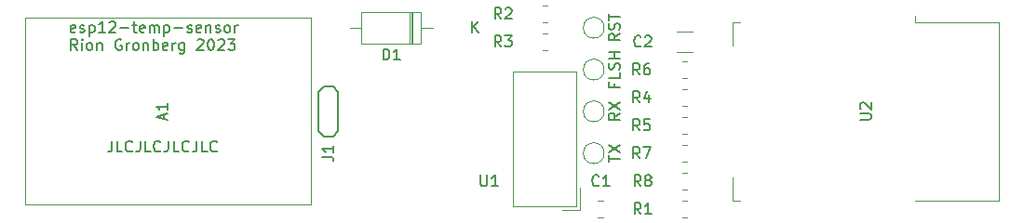
<source format=gbr>
%TF.GenerationSoftware,KiCad,Pcbnew,7.0.9*%
%TF.CreationDate,2023-11-22T21:43:23-08:00*%
%TF.ProjectId,esp12-temp-sensore,65737031-322d-4746-956d-702d73656e73,rev?*%
%TF.SameCoordinates,Original*%
%TF.FileFunction,Legend,Top*%
%TF.FilePolarity,Positive*%
%FSLAX46Y46*%
G04 Gerber Fmt 4.6, Leading zero omitted, Abs format (unit mm)*
G04 Created by KiCad (PCBNEW 7.0.9) date 2023-11-22 21:43:23*
%MOMM*%
%LPD*%
G01*
G04 APERTURE LIST*
%ADD10C,0.150000*%
%ADD11C,0.120000*%
%ADD12C,0.100000*%
G04 APERTURE END LIST*
D10*
X24593731Y-28311200D02*
X24498493Y-28358819D01*
X24498493Y-28358819D02*
X24308017Y-28358819D01*
X24308017Y-28358819D02*
X24212779Y-28311200D01*
X24212779Y-28311200D02*
X24165160Y-28215961D01*
X24165160Y-28215961D02*
X24165160Y-27835009D01*
X24165160Y-27835009D02*
X24212779Y-27739771D01*
X24212779Y-27739771D02*
X24308017Y-27692152D01*
X24308017Y-27692152D02*
X24498493Y-27692152D01*
X24498493Y-27692152D02*
X24593731Y-27739771D01*
X24593731Y-27739771D02*
X24641350Y-27835009D01*
X24641350Y-27835009D02*
X24641350Y-27930247D01*
X24641350Y-27930247D02*
X24165160Y-28025485D01*
X25022303Y-28311200D02*
X25117541Y-28358819D01*
X25117541Y-28358819D02*
X25308017Y-28358819D01*
X25308017Y-28358819D02*
X25403255Y-28311200D01*
X25403255Y-28311200D02*
X25450874Y-28215961D01*
X25450874Y-28215961D02*
X25450874Y-28168342D01*
X25450874Y-28168342D02*
X25403255Y-28073104D01*
X25403255Y-28073104D02*
X25308017Y-28025485D01*
X25308017Y-28025485D02*
X25165160Y-28025485D01*
X25165160Y-28025485D02*
X25069922Y-27977866D01*
X25069922Y-27977866D02*
X25022303Y-27882628D01*
X25022303Y-27882628D02*
X25022303Y-27835009D01*
X25022303Y-27835009D02*
X25069922Y-27739771D01*
X25069922Y-27739771D02*
X25165160Y-27692152D01*
X25165160Y-27692152D02*
X25308017Y-27692152D01*
X25308017Y-27692152D02*
X25403255Y-27739771D01*
X25879446Y-27692152D02*
X25879446Y-28692152D01*
X25879446Y-27739771D02*
X25974684Y-27692152D01*
X25974684Y-27692152D02*
X26165160Y-27692152D01*
X26165160Y-27692152D02*
X26260398Y-27739771D01*
X26260398Y-27739771D02*
X26308017Y-27787390D01*
X26308017Y-27787390D02*
X26355636Y-27882628D01*
X26355636Y-27882628D02*
X26355636Y-28168342D01*
X26355636Y-28168342D02*
X26308017Y-28263580D01*
X26308017Y-28263580D02*
X26260398Y-28311200D01*
X26260398Y-28311200D02*
X26165160Y-28358819D01*
X26165160Y-28358819D02*
X25974684Y-28358819D01*
X25974684Y-28358819D02*
X25879446Y-28311200D01*
X27308017Y-28358819D02*
X26736589Y-28358819D01*
X27022303Y-28358819D02*
X27022303Y-27358819D01*
X27022303Y-27358819D02*
X26927065Y-27501676D01*
X26927065Y-27501676D02*
X26831827Y-27596914D01*
X26831827Y-27596914D02*
X26736589Y-27644533D01*
X27688970Y-27454057D02*
X27736589Y-27406438D01*
X27736589Y-27406438D02*
X27831827Y-27358819D01*
X27831827Y-27358819D02*
X28069922Y-27358819D01*
X28069922Y-27358819D02*
X28165160Y-27406438D01*
X28165160Y-27406438D02*
X28212779Y-27454057D01*
X28212779Y-27454057D02*
X28260398Y-27549295D01*
X28260398Y-27549295D02*
X28260398Y-27644533D01*
X28260398Y-27644533D02*
X28212779Y-27787390D01*
X28212779Y-27787390D02*
X27641351Y-28358819D01*
X27641351Y-28358819D02*
X28260398Y-28358819D01*
X28688970Y-27977866D02*
X29450875Y-27977866D01*
X29784208Y-27692152D02*
X30165160Y-27692152D01*
X29927065Y-27358819D02*
X29927065Y-28215961D01*
X29927065Y-28215961D02*
X29974684Y-28311200D01*
X29974684Y-28311200D02*
X30069922Y-28358819D01*
X30069922Y-28358819D02*
X30165160Y-28358819D01*
X30879446Y-28311200D02*
X30784208Y-28358819D01*
X30784208Y-28358819D02*
X30593732Y-28358819D01*
X30593732Y-28358819D02*
X30498494Y-28311200D01*
X30498494Y-28311200D02*
X30450875Y-28215961D01*
X30450875Y-28215961D02*
X30450875Y-27835009D01*
X30450875Y-27835009D02*
X30498494Y-27739771D01*
X30498494Y-27739771D02*
X30593732Y-27692152D01*
X30593732Y-27692152D02*
X30784208Y-27692152D01*
X30784208Y-27692152D02*
X30879446Y-27739771D01*
X30879446Y-27739771D02*
X30927065Y-27835009D01*
X30927065Y-27835009D02*
X30927065Y-27930247D01*
X30927065Y-27930247D02*
X30450875Y-28025485D01*
X31355637Y-28358819D02*
X31355637Y-27692152D01*
X31355637Y-27787390D02*
X31403256Y-27739771D01*
X31403256Y-27739771D02*
X31498494Y-27692152D01*
X31498494Y-27692152D02*
X31641351Y-27692152D01*
X31641351Y-27692152D02*
X31736589Y-27739771D01*
X31736589Y-27739771D02*
X31784208Y-27835009D01*
X31784208Y-27835009D02*
X31784208Y-28358819D01*
X31784208Y-27835009D02*
X31831827Y-27739771D01*
X31831827Y-27739771D02*
X31927065Y-27692152D01*
X31927065Y-27692152D02*
X32069922Y-27692152D01*
X32069922Y-27692152D02*
X32165161Y-27739771D01*
X32165161Y-27739771D02*
X32212780Y-27835009D01*
X32212780Y-27835009D02*
X32212780Y-28358819D01*
X32688970Y-27692152D02*
X32688970Y-28692152D01*
X32688970Y-27739771D02*
X32784208Y-27692152D01*
X32784208Y-27692152D02*
X32974684Y-27692152D01*
X32974684Y-27692152D02*
X33069922Y-27739771D01*
X33069922Y-27739771D02*
X33117541Y-27787390D01*
X33117541Y-27787390D02*
X33165160Y-27882628D01*
X33165160Y-27882628D02*
X33165160Y-28168342D01*
X33165160Y-28168342D02*
X33117541Y-28263580D01*
X33117541Y-28263580D02*
X33069922Y-28311200D01*
X33069922Y-28311200D02*
X32974684Y-28358819D01*
X32974684Y-28358819D02*
X32784208Y-28358819D01*
X32784208Y-28358819D02*
X32688970Y-28311200D01*
X33593732Y-27977866D02*
X34355637Y-27977866D01*
X34784208Y-28311200D02*
X34879446Y-28358819D01*
X34879446Y-28358819D02*
X35069922Y-28358819D01*
X35069922Y-28358819D02*
X35165160Y-28311200D01*
X35165160Y-28311200D02*
X35212779Y-28215961D01*
X35212779Y-28215961D02*
X35212779Y-28168342D01*
X35212779Y-28168342D02*
X35165160Y-28073104D01*
X35165160Y-28073104D02*
X35069922Y-28025485D01*
X35069922Y-28025485D02*
X34927065Y-28025485D01*
X34927065Y-28025485D02*
X34831827Y-27977866D01*
X34831827Y-27977866D02*
X34784208Y-27882628D01*
X34784208Y-27882628D02*
X34784208Y-27835009D01*
X34784208Y-27835009D02*
X34831827Y-27739771D01*
X34831827Y-27739771D02*
X34927065Y-27692152D01*
X34927065Y-27692152D02*
X35069922Y-27692152D01*
X35069922Y-27692152D02*
X35165160Y-27739771D01*
X36022303Y-28311200D02*
X35927065Y-28358819D01*
X35927065Y-28358819D02*
X35736589Y-28358819D01*
X35736589Y-28358819D02*
X35641351Y-28311200D01*
X35641351Y-28311200D02*
X35593732Y-28215961D01*
X35593732Y-28215961D02*
X35593732Y-27835009D01*
X35593732Y-27835009D02*
X35641351Y-27739771D01*
X35641351Y-27739771D02*
X35736589Y-27692152D01*
X35736589Y-27692152D02*
X35927065Y-27692152D01*
X35927065Y-27692152D02*
X36022303Y-27739771D01*
X36022303Y-27739771D02*
X36069922Y-27835009D01*
X36069922Y-27835009D02*
X36069922Y-27930247D01*
X36069922Y-27930247D02*
X35593732Y-28025485D01*
X36498494Y-27692152D02*
X36498494Y-28358819D01*
X36498494Y-27787390D02*
X36546113Y-27739771D01*
X36546113Y-27739771D02*
X36641351Y-27692152D01*
X36641351Y-27692152D02*
X36784208Y-27692152D01*
X36784208Y-27692152D02*
X36879446Y-27739771D01*
X36879446Y-27739771D02*
X36927065Y-27835009D01*
X36927065Y-27835009D02*
X36927065Y-28358819D01*
X37355637Y-28311200D02*
X37450875Y-28358819D01*
X37450875Y-28358819D02*
X37641351Y-28358819D01*
X37641351Y-28358819D02*
X37736589Y-28311200D01*
X37736589Y-28311200D02*
X37784208Y-28215961D01*
X37784208Y-28215961D02*
X37784208Y-28168342D01*
X37784208Y-28168342D02*
X37736589Y-28073104D01*
X37736589Y-28073104D02*
X37641351Y-28025485D01*
X37641351Y-28025485D02*
X37498494Y-28025485D01*
X37498494Y-28025485D02*
X37403256Y-27977866D01*
X37403256Y-27977866D02*
X37355637Y-27882628D01*
X37355637Y-27882628D02*
X37355637Y-27835009D01*
X37355637Y-27835009D02*
X37403256Y-27739771D01*
X37403256Y-27739771D02*
X37498494Y-27692152D01*
X37498494Y-27692152D02*
X37641351Y-27692152D01*
X37641351Y-27692152D02*
X37736589Y-27739771D01*
X38355637Y-28358819D02*
X38260399Y-28311200D01*
X38260399Y-28311200D02*
X38212780Y-28263580D01*
X38212780Y-28263580D02*
X38165161Y-28168342D01*
X38165161Y-28168342D02*
X38165161Y-27882628D01*
X38165161Y-27882628D02*
X38212780Y-27787390D01*
X38212780Y-27787390D02*
X38260399Y-27739771D01*
X38260399Y-27739771D02*
X38355637Y-27692152D01*
X38355637Y-27692152D02*
X38498494Y-27692152D01*
X38498494Y-27692152D02*
X38593732Y-27739771D01*
X38593732Y-27739771D02*
X38641351Y-27787390D01*
X38641351Y-27787390D02*
X38688970Y-27882628D01*
X38688970Y-27882628D02*
X38688970Y-28168342D01*
X38688970Y-28168342D02*
X38641351Y-28263580D01*
X38641351Y-28263580D02*
X38593732Y-28311200D01*
X38593732Y-28311200D02*
X38498494Y-28358819D01*
X38498494Y-28358819D02*
X38355637Y-28358819D01*
X39117542Y-28358819D02*
X39117542Y-27692152D01*
X39117542Y-27882628D02*
X39165161Y-27787390D01*
X39165161Y-27787390D02*
X39212780Y-27739771D01*
X39212780Y-27739771D02*
X39308018Y-27692152D01*
X39308018Y-27692152D02*
X39403256Y-27692152D01*
X24784207Y-29968819D02*
X24450874Y-29492628D01*
X24212779Y-29968819D02*
X24212779Y-28968819D01*
X24212779Y-28968819D02*
X24593731Y-28968819D01*
X24593731Y-28968819D02*
X24688969Y-29016438D01*
X24688969Y-29016438D02*
X24736588Y-29064057D01*
X24736588Y-29064057D02*
X24784207Y-29159295D01*
X24784207Y-29159295D02*
X24784207Y-29302152D01*
X24784207Y-29302152D02*
X24736588Y-29397390D01*
X24736588Y-29397390D02*
X24688969Y-29445009D01*
X24688969Y-29445009D02*
X24593731Y-29492628D01*
X24593731Y-29492628D02*
X24212779Y-29492628D01*
X25212779Y-29968819D02*
X25212779Y-29302152D01*
X25212779Y-28968819D02*
X25165160Y-29016438D01*
X25165160Y-29016438D02*
X25212779Y-29064057D01*
X25212779Y-29064057D02*
X25260398Y-29016438D01*
X25260398Y-29016438D02*
X25212779Y-28968819D01*
X25212779Y-28968819D02*
X25212779Y-29064057D01*
X25831826Y-29968819D02*
X25736588Y-29921200D01*
X25736588Y-29921200D02*
X25688969Y-29873580D01*
X25688969Y-29873580D02*
X25641350Y-29778342D01*
X25641350Y-29778342D02*
X25641350Y-29492628D01*
X25641350Y-29492628D02*
X25688969Y-29397390D01*
X25688969Y-29397390D02*
X25736588Y-29349771D01*
X25736588Y-29349771D02*
X25831826Y-29302152D01*
X25831826Y-29302152D02*
X25974683Y-29302152D01*
X25974683Y-29302152D02*
X26069921Y-29349771D01*
X26069921Y-29349771D02*
X26117540Y-29397390D01*
X26117540Y-29397390D02*
X26165159Y-29492628D01*
X26165159Y-29492628D02*
X26165159Y-29778342D01*
X26165159Y-29778342D02*
X26117540Y-29873580D01*
X26117540Y-29873580D02*
X26069921Y-29921200D01*
X26069921Y-29921200D02*
X25974683Y-29968819D01*
X25974683Y-29968819D02*
X25831826Y-29968819D01*
X26593731Y-29302152D02*
X26593731Y-29968819D01*
X26593731Y-29397390D02*
X26641350Y-29349771D01*
X26641350Y-29349771D02*
X26736588Y-29302152D01*
X26736588Y-29302152D02*
X26879445Y-29302152D01*
X26879445Y-29302152D02*
X26974683Y-29349771D01*
X26974683Y-29349771D02*
X27022302Y-29445009D01*
X27022302Y-29445009D02*
X27022302Y-29968819D01*
X28784207Y-29016438D02*
X28688969Y-28968819D01*
X28688969Y-28968819D02*
X28546112Y-28968819D01*
X28546112Y-28968819D02*
X28403255Y-29016438D01*
X28403255Y-29016438D02*
X28308017Y-29111676D01*
X28308017Y-29111676D02*
X28260398Y-29206914D01*
X28260398Y-29206914D02*
X28212779Y-29397390D01*
X28212779Y-29397390D02*
X28212779Y-29540247D01*
X28212779Y-29540247D02*
X28260398Y-29730723D01*
X28260398Y-29730723D02*
X28308017Y-29825961D01*
X28308017Y-29825961D02*
X28403255Y-29921200D01*
X28403255Y-29921200D02*
X28546112Y-29968819D01*
X28546112Y-29968819D02*
X28641350Y-29968819D01*
X28641350Y-29968819D02*
X28784207Y-29921200D01*
X28784207Y-29921200D02*
X28831826Y-29873580D01*
X28831826Y-29873580D02*
X28831826Y-29540247D01*
X28831826Y-29540247D02*
X28641350Y-29540247D01*
X29260398Y-29968819D02*
X29260398Y-29302152D01*
X29260398Y-29492628D02*
X29308017Y-29397390D01*
X29308017Y-29397390D02*
X29355636Y-29349771D01*
X29355636Y-29349771D02*
X29450874Y-29302152D01*
X29450874Y-29302152D02*
X29546112Y-29302152D01*
X30022303Y-29968819D02*
X29927065Y-29921200D01*
X29927065Y-29921200D02*
X29879446Y-29873580D01*
X29879446Y-29873580D02*
X29831827Y-29778342D01*
X29831827Y-29778342D02*
X29831827Y-29492628D01*
X29831827Y-29492628D02*
X29879446Y-29397390D01*
X29879446Y-29397390D02*
X29927065Y-29349771D01*
X29927065Y-29349771D02*
X30022303Y-29302152D01*
X30022303Y-29302152D02*
X30165160Y-29302152D01*
X30165160Y-29302152D02*
X30260398Y-29349771D01*
X30260398Y-29349771D02*
X30308017Y-29397390D01*
X30308017Y-29397390D02*
X30355636Y-29492628D01*
X30355636Y-29492628D02*
X30355636Y-29778342D01*
X30355636Y-29778342D02*
X30308017Y-29873580D01*
X30308017Y-29873580D02*
X30260398Y-29921200D01*
X30260398Y-29921200D02*
X30165160Y-29968819D01*
X30165160Y-29968819D02*
X30022303Y-29968819D01*
X30784208Y-29302152D02*
X30784208Y-29968819D01*
X30784208Y-29397390D02*
X30831827Y-29349771D01*
X30831827Y-29349771D02*
X30927065Y-29302152D01*
X30927065Y-29302152D02*
X31069922Y-29302152D01*
X31069922Y-29302152D02*
X31165160Y-29349771D01*
X31165160Y-29349771D02*
X31212779Y-29445009D01*
X31212779Y-29445009D02*
X31212779Y-29968819D01*
X31688970Y-29968819D02*
X31688970Y-28968819D01*
X31688970Y-29349771D02*
X31784208Y-29302152D01*
X31784208Y-29302152D02*
X31974684Y-29302152D01*
X31974684Y-29302152D02*
X32069922Y-29349771D01*
X32069922Y-29349771D02*
X32117541Y-29397390D01*
X32117541Y-29397390D02*
X32165160Y-29492628D01*
X32165160Y-29492628D02*
X32165160Y-29778342D01*
X32165160Y-29778342D02*
X32117541Y-29873580D01*
X32117541Y-29873580D02*
X32069922Y-29921200D01*
X32069922Y-29921200D02*
X31974684Y-29968819D01*
X31974684Y-29968819D02*
X31784208Y-29968819D01*
X31784208Y-29968819D02*
X31688970Y-29921200D01*
X32974684Y-29921200D02*
X32879446Y-29968819D01*
X32879446Y-29968819D02*
X32688970Y-29968819D01*
X32688970Y-29968819D02*
X32593732Y-29921200D01*
X32593732Y-29921200D02*
X32546113Y-29825961D01*
X32546113Y-29825961D02*
X32546113Y-29445009D01*
X32546113Y-29445009D02*
X32593732Y-29349771D01*
X32593732Y-29349771D02*
X32688970Y-29302152D01*
X32688970Y-29302152D02*
X32879446Y-29302152D01*
X32879446Y-29302152D02*
X32974684Y-29349771D01*
X32974684Y-29349771D02*
X33022303Y-29445009D01*
X33022303Y-29445009D02*
X33022303Y-29540247D01*
X33022303Y-29540247D02*
X32546113Y-29635485D01*
X33450875Y-29968819D02*
X33450875Y-29302152D01*
X33450875Y-29492628D02*
X33498494Y-29397390D01*
X33498494Y-29397390D02*
X33546113Y-29349771D01*
X33546113Y-29349771D02*
X33641351Y-29302152D01*
X33641351Y-29302152D02*
X33736589Y-29302152D01*
X34498494Y-29302152D02*
X34498494Y-30111676D01*
X34498494Y-30111676D02*
X34450875Y-30206914D01*
X34450875Y-30206914D02*
X34403256Y-30254533D01*
X34403256Y-30254533D02*
X34308018Y-30302152D01*
X34308018Y-30302152D02*
X34165161Y-30302152D01*
X34165161Y-30302152D02*
X34069923Y-30254533D01*
X34498494Y-29921200D02*
X34403256Y-29968819D01*
X34403256Y-29968819D02*
X34212780Y-29968819D01*
X34212780Y-29968819D02*
X34117542Y-29921200D01*
X34117542Y-29921200D02*
X34069923Y-29873580D01*
X34069923Y-29873580D02*
X34022304Y-29778342D01*
X34022304Y-29778342D02*
X34022304Y-29492628D01*
X34022304Y-29492628D02*
X34069923Y-29397390D01*
X34069923Y-29397390D02*
X34117542Y-29349771D01*
X34117542Y-29349771D02*
X34212780Y-29302152D01*
X34212780Y-29302152D02*
X34403256Y-29302152D01*
X34403256Y-29302152D02*
X34498494Y-29349771D01*
X35688971Y-29064057D02*
X35736590Y-29016438D01*
X35736590Y-29016438D02*
X35831828Y-28968819D01*
X35831828Y-28968819D02*
X36069923Y-28968819D01*
X36069923Y-28968819D02*
X36165161Y-29016438D01*
X36165161Y-29016438D02*
X36212780Y-29064057D01*
X36212780Y-29064057D02*
X36260399Y-29159295D01*
X36260399Y-29159295D02*
X36260399Y-29254533D01*
X36260399Y-29254533D02*
X36212780Y-29397390D01*
X36212780Y-29397390D02*
X35641352Y-29968819D01*
X35641352Y-29968819D02*
X36260399Y-29968819D01*
X36879447Y-28968819D02*
X36974685Y-28968819D01*
X36974685Y-28968819D02*
X37069923Y-29016438D01*
X37069923Y-29016438D02*
X37117542Y-29064057D01*
X37117542Y-29064057D02*
X37165161Y-29159295D01*
X37165161Y-29159295D02*
X37212780Y-29349771D01*
X37212780Y-29349771D02*
X37212780Y-29587866D01*
X37212780Y-29587866D02*
X37165161Y-29778342D01*
X37165161Y-29778342D02*
X37117542Y-29873580D01*
X37117542Y-29873580D02*
X37069923Y-29921200D01*
X37069923Y-29921200D02*
X36974685Y-29968819D01*
X36974685Y-29968819D02*
X36879447Y-29968819D01*
X36879447Y-29968819D02*
X36784209Y-29921200D01*
X36784209Y-29921200D02*
X36736590Y-29873580D01*
X36736590Y-29873580D02*
X36688971Y-29778342D01*
X36688971Y-29778342D02*
X36641352Y-29587866D01*
X36641352Y-29587866D02*
X36641352Y-29349771D01*
X36641352Y-29349771D02*
X36688971Y-29159295D01*
X36688971Y-29159295D02*
X36736590Y-29064057D01*
X36736590Y-29064057D02*
X36784209Y-29016438D01*
X36784209Y-29016438D02*
X36879447Y-28968819D01*
X37593733Y-29064057D02*
X37641352Y-29016438D01*
X37641352Y-29016438D02*
X37736590Y-28968819D01*
X37736590Y-28968819D02*
X37974685Y-28968819D01*
X37974685Y-28968819D02*
X38069923Y-29016438D01*
X38069923Y-29016438D02*
X38117542Y-29064057D01*
X38117542Y-29064057D02*
X38165161Y-29159295D01*
X38165161Y-29159295D02*
X38165161Y-29254533D01*
X38165161Y-29254533D02*
X38117542Y-29397390D01*
X38117542Y-29397390D02*
X37546114Y-29968819D01*
X37546114Y-29968819D02*
X38165161Y-29968819D01*
X38498495Y-28968819D02*
X39117542Y-28968819D01*
X39117542Y-28968819D02*
X38784209Y-29349771D01*
X38784209Y-29349771D02*
X38927066Y-29349771D01*
X38927066Y-29349771D02*
X39022304Y-29397390D01*
X39022304Y-29397390D02*
X39069923Y-29445009D01*
X39069923Y-29445009D02*
X39117542Y-29540247D01*
X39117542Y-29540247D02*
X39117542Y-29778342D01*
X39117542Y-29778342D02*
X39069923Y-29873580D01*
X39069923Y-29873580D02*
X39022304Y-29921200D01*
X39022304Y-29921200D02*
X38927066Y-29968819D01*
X38927066Y-29968819D02*
X38641352Y-29968819D01*
X38641352Y-29968819D02*
X38546114Y-29921200D01*
X38546114Y-29921200D02*
X38498495Y-29873580D01*
X27927493Y-38239819D02*
X27927493Y-38954104D01*
X27927493Y-38954104D02*
X27879874Y-39096961D01*
X27879874Y-39096961D02*
X27784636Y-39192200D01*
X27784636Y-39192200D02*
X27641779Y-39239819D01*
X27641779Y-39239819D02*
X27546541Y-39239819D01*
X28879874Y-39239819D02*
X28403684Y-39239819D01*
X28403684Y-39239819D02*
X28403684Y-38239819D01*
X29784636Y-39144580D02*
X29737017Y-39192200D01*
X29737017Y-39192200D02*
X29594160Y-39239819D01*
X29594160Y-39239819D02*
X29498922Y-39239819D01*
X29498922Y-39239819D02*
X29356065Y-39192200D01*
X29356065Y-39192200D02*
X29260827Y-39096961D01*
X29260827Y-39096961D02*
X29213208Y-39001723D01*
X29213208Y-39001723D02*
X29165589Y-38811247D01*
X29165589Y-38811247D02*
X29165589Y-38668390D01*
X29165589Y-38668390D02*
X29213208Y-38477914D01*
X29213208Y-38477914D02*
X29260827Y-38382676D01*
X29260827Y-38382676D02*
X29356065Y-38287438D01*
X29356065Y-38287438D02*
X29498922Y-38239819D01*
X29498922Y-38239819D02*
X29594160Y-38239819D01*
X29594160Y-38239819D02*
X29737017Y-38287438D01*
X29737017Y-38287438D02*
X29784636Y-38335057D01*
X30498922Y-38239819D02*
X30498922Y-38954104D01*
X30498922Y-38954104D02*
X30451303Y-39096961D01*
X30451303Y-39096961D02*
X30356065Y-39192200D01*
X30356065Y-39192200D02*
X30213208Y-39239819D01*
X30213208Y-39239819D02*
X30117970Y-39239819D01*
X31451303Y-39239819D02*
X30975113Y-39239819D01*
X30975113Y-39239819D02*
X30975113Y-38239819D01*
X32356065Y-39144580D02*
X32308446Y-39192200D01*
X32308446Y-39192200D02*
X32165589Y-39239819D01*
X32165589Y-39239819D02*
X32070351Y-39239819D01*
X32070351Y-39239819D02*
X31927494Y-39192200D01*
X31927494Y-39192200D02*
X31832256Y-39096961D01*
X31832256Y-39096961D02*
X31784637Y-39001723D01*
X31784637Y-39001723D02*
X31737018Y-38811247D01*
X31737018Y-38811247D02*
X31737018Y-38668390D01*
X31737018Y-38668390D02*
X31784637Y-38477914D01*
X31784637Y-38477914D02*
X31832256Y-38382676D01*
X31832256Y-38382676D02*
X31927494Y-38287438D01*
X31927494Y-38287438D02*
X32070351Y-38239819D01*
X32070351Y-38239819D02*
X32165589Y-38239819D01*
X32165589Y-38239819D02*
X32308446Y-38287438D01*
X32308446Y-38287438D02*
X32356065Y-38335057D01*
X33070351Y-38239819D02*
X33070351Y-38954104D01*
X33070351Y-38954104D02*
X33022732Y-39096961D01*
X33022732Y-39096961D02*
X32927494Y-39192200D01*
X32927494Y-39192200D02*
X32784637Y-39239819D01*
X32784637Y-39239819D02*
X32689399Y-39239819D01*
X34022732Y-39239819D02*
X33546542Y-39239819D01*
X33546542Y-39239819D02*
X33546542Y-38239819D01*
X34927494Y-39144580D02*
X34879875Y-39192200D01*
X34879875Y-39192200D02*
X34737018Y-39239819D01*
X34737018Y-39239819D02*
X34641780Y-39239819D01*
X34641780Y-39239819D02*
X34498923Y-39192200D01*
X34498923Y-39192200D02*
X34403685Y-39096961D01*
X34403685Y-39096961D02*
X34356066Y-39001723D01*
X34356066Y-39001723D02*
X34308447Y-38811247D01*
X34308447Y-38811247D02*
X34308447Y-38668390D01*
X34308447Y-38668390D02*
X34356066Y-38477914D01*
X34356066Y-38477914D02*
X34403685Y-38382676D01*
X34403685Y-38382676D02*
X34498923Y-38287438D01*
X34498923Y-38287438D02*
X34641780Y-38239819D01*
X34641780Y-38239819D02*
X34737018Y-38239819D01*
X34737018Y-38239819D02*
X34879875Y-38287438D01*
X34879875Y-38287438D02*
X34927494Y-38335057D01*
X35641780Y-38239819D02*
X35641780Y-38954104D01*
X35641780Y-38954104D02*
X35594161Y-39096961D01*
X35594161Y-39096961D02*
X35498923Y-39192200D01*
X35498923Y-39192200D02*
X35356066Y-39239819D01*
X35356066Y-39239819D02*
X35260828Y-39239819D01*
X36594161Y-39239819D02*
X36117971Y-39239819D01*
X36117971Y-39239819D02*
X36117971Y-38239819D01*
X37498923Y-39144580D02*
X37451304Y-39192200D01*
X37451304Y-39192200D02*
X37308447Y-39239819D01*
X37308447Y-39239819D02*
X37213209Y-39239819D01*
X37213209Y-39239819D02*
X37070352Y-39192200D01*
X37070352Y-39192200D02*
X36975114Y-39096961D01*
X36975114Y-39096961D02*
X36927495Y-39001723D01*
X36927495Y-39001723D02*
X36879876Y-38811247D01*
X36879876Y-38811247D02*
X36879876Y-38668390D01*
X36879876Y-38668390D02*
X36927495Y-38477914D01*
X36927495Y-38477914D02*
X36975114Y-38382676D01*
X36975114Y-38382676D02*
X37070352Y-38287438D01*
X37070352Y-38287438D02*
X37213209Y-38239819D01*
X37213209Y-38239819D02*
X37308447Y-38239819D01*
X37308447Y-38239819D02*
X37451304Y-38287438D01*
X37451304Y-38287438D02*
X37498923Y-38335057D01*
X75936705Y-39824819D02*
X75603372Y-39348628D01*
X75365277Y-39824819D02*
X75365277Y-38824819D01*
X75365277Y-38824819D02*
X75746229Y-38824819D01*
X75746229Y-38824819D02*
X75841467Y-38872438D01*
X75841467Y-38872438D02*
X75889086Y-38920057D01*
X75889086Y-38920057D02*
X75936705Y-39015295D01*
X75936705Y-39015295D02*
X75936705Y-39158152D01*
X75936705Y-39158152D02*
X75889086Y-39253390D01*
X75889086Y-39253390D02*
X75841467Y-39301009D01*
X75841467Y-39301009D02*
X75746229Y-39348628D01*
X75746229Y-39348628D02*
X75365277Y-39348628D01*
X76270039Y-38824819D02*
X76936705Y-38824819D01*
X76936705Y-38824819D02*
X76508134Y-39824819D01*
X73591009Y-33011904D02*
X73591009Y-33345237D01*
X74114819Y-33345237D02*
X73114819Y-33345237D01*
X73114819Y-33345237D02*
X73114819Y-32869047D01*
X74114819Y-32011904D02*
X74114819Y-32488094D01*
X74114819Y-32488094D02*
X73114819Y-32488094D01*
X74067200Y-31726189D02*
X74114819Y-31583332D01*
X74114819Y-31583332D02*
X74114819Y-31345237D01*
X74114819Y-31345237D02*
X74067200Y-31249999D01*
X74067200Y-31249999D02*
X74019580Y-31202380D01*
X74019580Y-31202380D02*
X73924342Y-31154761D01*
X73924342Y-31154761D02*
X73829104Y-31154761D01*
X73829104Y-31154761D02*
X73733866Y-31202380D01*
X73733866Y-31202380D02*
X73686247Y-31249999D01*
X73686247Y-31249999D02*
X73638628Y-31345237D01*
X73638628Y-31345237D02*
X73591009Y-31535713D01*
X73591009Y-31535713D02*
X73543390Y-31630951D01*
X73543390Y-31630951D02*
X73495771Y-31678570D01*
X73495771Y-31678570D02*
X73400533Y-31726189D01*
X73400533Y-31726189D02*
X73305295Y-31726189D01*
X73305295Y-31726189D02*
X73210057Y-31678570D01*
X73210057Y-31678570D02*
X73162438Y-31630951D01*
X73162438Y-31630951D02*
X73114819Y-31535713D01*
X73114819Y-31535713D02*
X73114819Y-31297618D01*
X73114819Y-31297618D02*
X73162438Y-31154761D01*
X74114819Y-30726189D02*
X73114819Y-30726189D01*
X73591009Y-30726189D02*
X73591009Y-30154761D01*
X74114819Y-30154761D02*
X73114819Y-30154761D01*
X32689104Y-36274285D02*
X32689104Y-35798095D01*
X32974819Y-36369523D02*
X31974819Y-36036190D01*
X31974819Y-36036190D02*
X32974819Y-35702857D01*
X32974819Y-34845714D02*
X32974819Y-35417142D01*
X32974819Y-35131428D02*
X31974819Y-35131428D01*
X31974819Y-35131428D02*
X32117676Y-35226666D01*
X32117676Y-35226666D02*
X32212914Y-35321904D01*
X32212914Y-35321904D02*
X32260533Y-35417142D01*
X72223333Y-42269580D02*
X72175714Y-42317200D01*
X72175714Y-42317200D02*
X72032857Y-42364819D01*
X72032857Y-42364819D02*
X71937619Y-42364819D01*
X71937619Y-42364819D02*
X71794762Y-42317200D01*
X71794762Y-42317200D02*
X71699524Y-42221961D01*
X71699524Y-42221961D02*
X71651905Y-42126723D01*
X71651905Y-42126723D02*
X71604286Y-41936247D01*
X71604286Y-41936247D02*
X71604286Y-41793390D01*
X71604286Y-41793390D02*
X71651905Y-41602914D01*
X71651905Y-41602914D02*
X71699524Y-41507676D01*
X71699524Y-41507676D02*
X71794762Y-41412438D01*
X71794762Y-41412438D02*
X71937619Y-41364819D01*
X71937619Y-41364819D02*
X72032857Y-41364819D01*
X72032857Y-41364819D02*
X72175714Y-41412438D01*
X72175714Y-41412438D02*
X72223333Y-41460057D01*
X73175714Y-42364819D02*
X72604286Y-42364819D01*
X72890000Y-42364819D02*
X72890000Y-41364819D01*
X72890000Y-41364819D02*
X72794762Y-41507676D01*
X72794762Y-41507676D02*
X72699524Y-41602914D01*
X72699524Y-41602914D02*
X72604286Y-41650533D01*
X76033333Y-29569580D02*
X75985714Y-29617200D01*
X75985714Y-29617200D02*
X75842857Y-29664819D01*
X75842857Y-29664819D02*
X75747619Y-29664819D01*
X75747619Y-29664819D02*
X75604762Y-29617200D01*
X75604762Y-29617200D02*
X75509524Y-29521961D01*
X75509524Y-29521961D02*
X75461905Y-29426723D01*
X75461905Y-29426723D02*
X75414286Y-29236247D01*
X75414286Y-29236247D02*
X75414286Y-29093390D01*
X75414286Y-29093390D02*
X75461905Y-28902914D01*
X75461905Y-28902914D02*
X75509524Y-28807676D01*
X75509524Y-28807676D02*
X75604762Y-28712438D01*
X75604762Y-28712438D02*
X75747619Y-28664819D01*
X75747619Y-28664819D02*
X75842857Y-28664819D01*
X75842857Y-28664819D02*
X75985714Y-28712438D01*
X75985714Y-28712438D02*
X76033333Y-28760057D01*
X76414286Y-28760057D02*
X76461905Y-28712438D01*
X76461905Y-28712438D02*
X76557143Y-28664819D01*
X76557143Y-28664819D02*
X76795238Y-28664819D01*
X76795238Y-28664819D02*
X76890476Y-28712438D01*
X76890476Y-28712438D02*
X76938095Y-28760057D01*
X76938095Y-28760057D02*
X76985714Y-28855295D01*
X76985714Y-28855295D02*
X76985714Y-28950533D01*
X76985714Y-28950533D02*
X76938095Y-29093390D01*
X76938095Y-29093390D02*
X76366667Y-29664819D01*
X76366667Y-29664819D02*
X76985714Y-29664819D01*
X75936705Y-32204819D02*
X75603372Y-31728628D01*
X75365277Y-32204819D02*
X75365277Y-31204819D01*
X75365277Y-31204819D02*
X75746229Y-31204819D01*
X75746229Y-31204819D02*
X75841467Y-31252438D01*
X75841467Y-31252438D02*
X75889086Y-31300057D01*
X75889086Y-31300057D02*
X75936705Y-31395295D01*
X75936705Y-31395295D02*
X75936705Y-31538152D01*
X75936705Y-31538152D02*
X75889086Y-31633390D01*
X75889086Y-31633390D02*
X75841467Y-31681009D01*
X75841467Y-31681009D02*
X75746229Y-31728628D01*
X75746229Y-31728628D02*
X75365277Y-31728628D01*
X76793848Y-31204819D02*
X76603372Y-31204819D01*
X76603372Y-31204819D02*
X76508134Y-31252438D01*
X76508134Y-31252438D02*
X76460515Y-31300057D01*
X76460515Y-31300057D02*
X76365277Y-31442914D01*
X76365277Y-31442914D02*
X76317658Y-31633390D01*
X76317658Y-31633390D02*
X76317658Y-32014342D01*
X76317658Y-32014342D02*
X76365277Y-32109580D01*
X76365277Y-32109580D02*
X76412896Y-32157200D01*
X76412896Y-32157200D02*
X76508134Y-32204819D01*
X76508134Y-32204819D02*
X76698610Y-32204819D01*
X76698610Y-32204819D02*
X76793848Y-32157200D01*
X76793848Y-32157200D02*
X76841467Y-32109580D01*
X76841467Y-32109580D02*
X76889086Y-32014342D01*
X76889086Y-32014342D02*
X76889086Y-31776247D01*
X76889086Y-31776247D02*
X76841467Y-31681009D01*
X76841467Y-31681009D02*
X76793848Y-31633390D01*
X76793848Y-31633390D02*
X76698610Y-31585771D01*
X76698610Y-31585771D02*
X76508134Y-31585771D01*
X76508134Y-31585771D02*
X76412896Y-31633390D01*
X76412896Y-31633390D02*
X76365277Y-31681009D01*
X76365277Y-31681009D02*
X76317658Y-31776247D01*
X63333333Y-29664819D02*
X63000000Y-29188628D01*
X62761905Y-29664819D02*
X62761905Y-28664819D01*
X62761905Y-28664819D02*
X63142857Y-28664819D01*
X63142857Y-28664819D02*
X63238095Y-28712438D01*
X63238095Y-28712438D02*
X63285714Y-28760057D01*
X63285714Y-28760057D02*
X63333333Y-28855295D01*
X63333333Y-28855295D02*
X63333333Y-28998152D01*
X63333333Y-28998152D02*
X63285714Y-29093390D01*
X63285714Y-29093390D02*
X63238095Y-29141009D01*
X63238095Y-29141009D02*
X63142857Y-29188628D01*
X63142857Y-29188628D02*
X62761905Y-29188628D01*
X63666667Y-28664819D02*
X64285714Y-28664819D01*
X64285714Y-28664819D02*
X63952381Y-29045771D01*
X63952381Y-29045771D02*
X64095238Y-29045771D01*
X64095238Y-29045771D02*
X64190476Y-29093390D01*
X64190476Y-29093390D02*
X64238095Y-29141009D01*
X64238095Y-29141009D02*
X64285714Y-29236247D01*
X64285714Y-29236247D02*
X64285714Y-29474342D01*
X64285714Y-29474342D02*
X64238095Y-29569580D01*
X64238095Y-29569580D02*
X64190476Y-29617200D01*
X64190476Y-29617200D02*
X64095238Y-29664819D01*
X64095238Y-29664819D02*
X63809524Y-29664819D01*
X63809524Y-29664819D02*
X63714286Y-29617200D01*
X63714286Y-29617200D02*
X63666667Y-29569580D01*
X75936705Y-37284819D02*
X75603372Y-36808628D01*
X75365277Y-37284819D02*
X75365277Y-36284819D01*
X75365277Y-36284819D02*
X75746229Y-36284819D01*
X75746229Y-36284819D02*
X75841467Y-36332438D01*
X75841467Y-36332438D02*
X75889086Y-36380057D01*
X75889086Y-36380057D02*
X75936705Y-36475295D01*
X75936705Y-36475295D02*
X75936705Y-36618152D01*
X75936705Y-36618152D02*
X75889086Y-36713390D01*
X75889086Y-36713390D02*
X75841467Y-36761009D01*
X75841467Y-36761009D02*
X75746229Y-36808628D01*
X75746229Y-36808628D02*
X75365277Y-36808628D01*
X76841467Y-36284819D02*
X76365277Y-36284819D01*
X76365277Y-36284819D02*
X76317658Y-36761009D01*
X76317658Y-36761009D02*
X76365277Y-36713390D01*
X76365277Y-36713390D02*
X76460515Y-36665771D01*
X76460515Y-36665771D02*
X76698610Y-36665771D01*
X76698610Y-36665771D02*
X76793848Y-36713390D01*
X76793848Y-36713390D02*
X76841467Y-36761009D01*
X76841467Y-36761009D02*
X76889086Y-36856247D01*
X76889086Y-36856247D02*
X76889086Y-37094342D01*
X76889086Y-37094342D02*
X76841467Y-37189580D01*
X76841467Y-37189580D02*
X76793848Y-37237200D01*
X76793848Y-37237200D02*
X76698610Y-37284819D01*
X76698610Y-37284819D02*
X76460515Y-37284819D01*
X76460515Y-37284819D02*
X76365277Y-37237200D01*
X76365277Y-37237200D02*
X76317658Y-37189580D01*
X75936705Y-34744819D02*
X75603372Y-34268628D01*
X75365277Y-34744819D02*
X75365277Y-33744819D01*
X75365277Y-33744819D02*
X75746229Y-33744819D01*
X75746229Y-33744819D02*
X75841467Y-33792438D01*
X75841467Y-33792438D02*
X75889086Y-33840057D01*
X75889086Y-33840057D02*
X75936705Y-33935295D01*
X75936705Y-33935295D02*
X75936705Y-34078152D01*
X75936705Y-34078152D02*
X75889086Y-34173390D01*
X75889086Y-34173390D02*
X75841467Y-34221009D01*
X75841467Y-34221009D02*
X75746229Y-34268628D01*
X75746229Y-34268628D02*
X75365277Y-34268628D01*
X76793848Y-34078152D02*
X76793848Y-34744819D01*
X76555753Y-33697200D02*
X76317658Y-34411485D01*
X76317658Y-34411485D02*
X76936705Y-34411485D01*
X95974819Y-36321904D02*
X96784342Y-36321904D01*
X96784342Y-36321904D02*
X96879580Y-36274285D01*
X96879580Y-36274285D02*
X96927200Y-36226666D01*
X96927200Y-36226666D02*
X96974819Y-36131428D01*
X96974819Y-36131428D02*
X96974819Y-35940952D01*
X96974819Y-35940952D02*
X96927200Y-35845714D01*
X96927200Y-35845714D02*
X96879580Y-35798095D01*
X96879580Y-35798095D02*
X96784342Y-35750476D01*
X96784342Y-35750476D02*
X95974819Y-35750476D01*
X96070057Y-35321904D02*
X96022438Y-35274285D01*
X96022438Y-35274285D02*
X95974819Y-35179047D01*
X95974819Y-35179047D02*
X95974819Y-34940952D01*
X95974819Y-34940952D02*
X96022438Y-34845714D01*
X96022438Y-34845714D02*
X96070057Y-34798095D01*
X96070057Y-34798095D02*
X96165295Y-34750476D01*
X96165295Y-34750476D02*
X96260533Y-34750476D01*
X96260533Y-34750476D02*
X96403390Y-34798095D01*
X96403390Y-34798095D02*
X96974819Y-35369523D01*
X96974819Y-35369523D02*
X96974819Y-34750476D01*
X73114819Y-40131904D02*
X73114819Y-39560476D01*
X74114819Y-39846190D02*
X73114819Y-39846190D01*
X73114819Y-39322380D02*
X74114819Y-38655714D01*
X73114819Y-38655714D02*
X74114819Y-39322380D01*
X52601905Y-30864819D02*
X52601905Y-29864819D01*
X52601905Y-29864819D02*
X52840000Y-29864819D01*
X52840000Y-29864819D02*
X52982857Y-29912438D01*
X52982857Y-29912438D02*
X53078095Y-30007676D01*
X53078095Y-30007676D02*
X53125714Y-30102914D01*
X53125714Y-30102914D02*
X53173333Y-30293390D01*
X53173333Y-30293390D02*
X53173333Y-30436247D01*
X53173333Y-30436247D02*
X53125714Y-30626723D01*
X53125714Y-30626723D02*
X53078095Y-30721961D01*
X53078095Y-30721961D02*
X52982857Y-30817200D01*
X52982857Y-30817200D02*
X52840000Y-30864819D01*
X52840000Y-30864819D02*
X52601905Y-30864819D01*
X54125714Y-30864819D02*
X53554286Y-30864819D01*
X53840000Y-30864819D02*
X53840000Y-29864819D01*
X53840000Y-29864819D02*
X53744762Y-30007676D01*
X53744762Y-30007676D02*
X53649524Y-30102914D01*
X53649524Y-30102914D02*
X53554286Y-30150533D01*
X60698095Y-28394819D02*
X60698095Y-27394819D01*
X61269523Y-28394819D02*
X60840952Y-27823390D01*
X61269523Y-27394819D02*
X60698095Y-27966247D01*
X74114819Y-35726666D02*
X73638628Y-36059999D01*
X74114819Y-36298094D02*
X73114819Y-36298094D01*
X73114819Y-36298094D02*
X73114819Y-35917142D01*
X73114819Y-35917142D02*
X73162438Y-35821904D01*
X73162438Y-35821904D02*
X73210057Y-35774285D01*
X73210057Y-35774285D02*
X73305295Y-35726666D01*
X73305295Y-35726666D02*
X73448152Y-35726666D01*
X73448152Y-35726666D02*
X73543390Y-35774285D01*
X73543390Y-35774285D02*
X73591009Y-35821904D01*
X73591009Y-35821904D02*
X73638628Y-35917142D01*
X73638628Y-35917142D02*
X73638628Y-36298094D01*
X73114819Y-35393332D02*
X74114819Y-34726666D01*
X73114819Y-34726666D02*
X74114819Y-35393332D01*
X74114819Y-28487619D02*
X73638628Y-28820952D01*
X74114819Y-29059047D02*
X73114819Y-29059047D01*
X73114819Y-29059047D02*
X73114819Y-28678095D01*
X73114819Y-28678095D02*
X73162438Y-28582857D01*
X73162438Y-28582857D02*
X73210057Y-28535238D01*
X73210057Y-28535238D02*
X73305295Y-28487619D01*
X73305295Y-28487619D02*
X73448152Y-28487619D01*
X73448152Y-28487619D02*
X73543390Y-28535238D01*
X73543390Y-28535238D02*
X73591009Y-28582857D01*
X73591009Y-28582857D02*
X73638628Y-28678095D01*
X73638628Y-28678095D02*
X73638628Y-29059047D01*
X74067200Y-28106666D02*
X74114819Y-27963809D01*
X74114819Y-27963809D02*
X74114819Y-27725714D01*
X74114819Y-27725714D02*
X74067200Y-27630476D01*
X74067200Y-27630476D02*
X74019580Y-27582857D01*
X74019580Y-27582857D02*
X73924342Y-27535238D01*
X73924342Y-27535238D02*
X73829104Y-27535238D01*
X73829104Y-27535238D02*
X73733866Y-27582857D01*
X73733866Y-27582857D02*
X73686247Y-27630476D01*
X73686247Y-27630476D02*
X73638628Y-27725714D01*
X73638628Y-27725714D02*
X73591009Y-27916190D01*
X73591009Y-27916190D02*
X73543390Y-28011428D01*
X73543390Y-28011428D02*
X73495771Y-28059047D01*
X73495771Y-28059047D02*
X73400533Y-28106666D01*
X73400533Y-28106666D02*
X73305295Y-28106666D01*
X73305295Y-28106666D02*
X73210057Y-28059047D01*
X73210057Y-28059047D02*
X73162438Y-28011428D01*
X73162438Y-28011428D02*
X73114819Y-27916190D01*
X73114819Y-27916190D02*
X73114819Y-27678095D01*
X73114819Y-27678095D02*
X73162438Y-27535238D01*
X73114819Y-27249523D02*
X73114819Y-26678095D01*
X74114819Y-26963809D02*
X73114819Y-26963809D01*
X63333333Y-27124819D02*
X63000000Y-26648628D01*
X62761905Y-27124819D02*
X62761905Y-26124819D01*
X62761905Y-26124819D02*
X63142857Y-26124819D01*
X63142857Y-26124819D02*
X63238095Y-26172438D01*
X63238095Y-26172438D02*
X63285714Y-26220057D01*
X63285714Y-26220057D02*
X63333333Y-26315295D01*
X63333333Y-26315295D02*
X63333333Y-26458152D01*
X63333333Y-26458152D02*
X63285714Y-26553390D01*
X63285714Y-26553390D02*
X63238095Y-26601009D01*
X63238095Y-26601009D02*
X63142857Y-26648628D01*
X63142857Y-26648628D02*
X62761905Y-26648628D01*
X63714286Y-26220057D02*
X63761905Y-26172438D01*
X63761905Y-26172438D02*
X63857143Y-26124819D01*
X63857143Y-26124819D02*
X64095238Y-26124819D01*
X64095238Y-26124819D02*
X64190476Y-26172438D01*
X64190476Y-26172438D02*
X64238095Y-26220057D01*
X64238095Y-26220057D02*
X64285714Y-26315295D01*
X64285714Y-26315295D02*
X64285714Y-26410533D01*
X64285714Y-26410533D02*
X64238095Y-26553390D01*
X64238095Y-26553390D02*
X63666667Y-27124819D01*
X63666667Y-27124819D02*
X64285714Y-27124819D01*
X47079819Y-39703333D02*
X47794104Y-39703333D01*
X47794104Y-39703333D02*
X47936961Y-39750952D01*
X47936961Y-39750952D02*
X48032200Y-39846190D01*
X48032200Y-39846190D02*
X48079819Y-39989047D01*
X48079819Y-39989047D02*
X48079819Y-40084285D01*
X48079819Y-38703333D02*
X48079819Y-39274761D01*
X48079819Y-38989047D02*
X47079819Y-38989047D01*
X47079819Y-38989047D02*
X47222676Y-39084285D01*
X47222676Y-39084285D02*
X47317914Y-39179523D01*
X47317914Y-39179523D02*
X47365533Y-39274761D01*
X61468095Y-41364819D02*
X61468095Y-42174342D01*
X61468095Y-42174342D02*
X61515714Y-42269580D01*
X61515714Y-42269580D02*
X61563333Y-42317200D01*
X61563333Y-42317200D02*
X61658571Y-42364819D01*
X61658571Y-42364819D02*
X61849047Y-42364819D01*
X61849047Y-42364819D02*
X61944285Y-42317200D01*
X61944285Y-42317200D02*
X61991904Y-42269580D01*
X61991904Y-42269580D02*
X62039523Y-42174342D01*
X62039523Y-42174342D02*
X62039523Y-41364819D01*
X63039523Y-42364819D02*
X62468095Y-42364819D01*
X62753809Y-42364819D02*
X62753809Y-41364819D01*
X62753809Y-41364819D02*
X62658571Y-41507676D01*
X62658571Y-41507676D02*
X62563333Y-41602914D01*
X62563333Y-41602914D02*
X62468095Y-41650533D01*
X76033333Y-42364819D02*
X75700000Y-41888628D01*
X75461905Y-42364819D02*
X75461905Y-41364819D01*
X75461905Y-41364819D02*
X75842857Y-41364819D01*
X75842857Y-41364819D02*
X75938095Y-41412438D01*
X75938095Y-41412438D02*
X75985714Y-41460057D01*
X75985714Y-41460057D02*
X76033333Y-41555295D01*
X76033333Y-41555295D02*
X76033333Y-41698152D01*
X76033333Y-41698152D02*
X75985714Y-41793390D01*
X75985714Y-41793390D02*
X75938095Y-41841009D01*
X75938095Y-41841009D02*
X75842857Y-41888628D01*
X75842857Y-41888628D02*
X75461905Y-41888628D01*
X76604762Y-41793390D02*
X76509524Y-41745771D01*
X76509524Y-41745771D02*
X76461905Y-41698152D01*
X76461905Y-41698152D02*
X76414286Y-41602914D01*
X76414286Y-41602914D02*
X76414286Y-41555295D01*
X76414286Y-41555295D02*
X76461905Y-41460057D01*
X76461905Y-41460057D02*
X76509524Y-41412438D01*
X76509524Y-41412438D02*
X76604762Y-41364819D01*
X76604762Y-41364819D02*
X76795238Y-41364819D01*
X76795238Y-41364819D02*
X76890476Y-41412438D01*
X76890476Y-41412438D02*
X76938095Y-41460057D01*
X76938095Y-41460057D02*
X76985714Y-41555295D01*
X76985714Y-41555295D02*
X76985714Y-41602914D01*
X76985714Y-41602914D02*
X76938095Y-41698152D01*
X76938095Y-41698152D02*
X76890476Y-41745771D01*
X76890476Y-41745771D02*
X76795238Y-41793390D01*
X76795238Y-41793390D02*
X76604762Y-41793390D01*
X76604762Y-41793390D02*
X76509524Y-41841009D01*
X76509524Y-41841009D02*
X76461905Y-41888628D01*
X76461905Y-41888628D02*
X76414286Y-41983866D01*
X76414286Y-41983866D02*
X76414286Y-42174342D01*
X76414286Y-42174342D02*
X76461905Y-42269580D01*
X76461905Y-42269580D02*
X76509524Y-42317200D01*
X76509524Y-42317200D02*
X76604762Y-42364819D01*
X76604762Y-42364819D02*
X76795238Y-42364819D01*
X76795238Y-42364819D02*
X76890476Y-42317200D01*
X76890476Y-42317200D02*
X76938095Y-42269580D01*
X76938095Y-42269580D02*
X76985714Y-42174342D01*
X76985714Y-42174342D02*
X76985714Y-41983866D01*
X76985714Y-41983866D02*
X76938095Y-41888628D01*
X76938095Y-41888628D02*
X76890476Y-41841009D01*
X76890476Y-41841009D02*
X76795238Y-41793390D01*
X76033333Y-44904819D02*
X75700000Y-44428628D01*
X75461905Y-44904819D02*
X75461905Y-43904819D01*
X75461905Y-43904819D02*
X75842857Y-43904819D01*
X75842857Y-43904819D02*
X75938095Y-43952438D01*
X75938095Y-43952438D02*
X75985714Y-44000057D01*
X75985714Y-44000057D02*
X76033333Y-44095295D01*
X76033333Y-44095295D02*
X76033333Y-44238152D01*
X76033333Y-44238152D02*
X75985714Y-44333390D01*
X75985714Y-44333390D02*
X75938095Y-44381009D01*
X75938095Y-44381009D02*
X75842857Y-44428628D01*
X75842857Y-44428628D02*
X75461905Y-44428628D01*
X76985714Y-44904819D02*
X76414286Y-44904819D01*
X76700000Y-44904819D02*
X76700000Y-43904819D01*
X76700000Y-43904819D02*
X76604762Y-44047676D01*
X76604762Y-44047676D02*
X76509524Y-44142914D01*
X76509524Y-44142914D02*
X76414286Y-44190533D01*
D11*
%TO.C,R7*%
X79782936Y-38635000D02*
X80237064Y-38635000D01*
X79782936Y-40105000D02*
X80237064Y-40105000D01*
%TO.C,T2*%
X72705000Y-31750000D02*
G75*
G03*
X72705000Y-31750000I-950000J0D01*
G01*
D12*
%TO.C,A1*%
X20020000Y-44060000D02*
X46020000Y-44060000D01*
X46020000Y-44060000D02*
X46020000Y-27060000D01*
X20020000Y-27060000D02*
X20020000Y-44060000D01*
X46020000Y-27060000D02*
X20020000Y-27060000D01*
D11*
%TO.C,C1*%
X72128748Y-43715000D02*
X72651252Y-43715000D01*
X72128748Y-45185000D02*
X72651252Y-45185000D01*
%TO.C,C2*%
X79298748Y-28300000D02*
X80721252Y-28300000D01*
X79298748Y-30120000D02*
X80721252Y-30120000D01*
%TO.C,R6*%
X79782936Y-31015000D02*
X80237064Y-31015000D01*
X79782936Y-32485000D02*
X80237064Y-32485000D01*
%TO.C,R3*%
X67082936Y-28475000D02*
X67537064Y-28475000D01*
X67082936Y-29945000D02*
X67537064Y-29945000D01*
%TO.C,R5*%
X79782936Y-36095000D02*
X80237064Y-36095000D01*
X79782936Y-37565000D02*
X80237064Y-37565000D01*
%TO.C,R4*%
X79782936Y-33555000D02*
X80237064Y-33555000D01*
X79782936Y-35025000D02*
X80237064Y-35025000D01*
%TO.C,U2*%
X108640000Y-27440000D02*
X108640000Y-43680000D01*
X101020000Y-27440000D02*
X101020000Y-26830000D01*
X101020000Y-27440000D02*
X108640000Y-27440000D01*
X84400000Y-27440000D02*
X85020000Y-27440000D01*
X84400000Y-29560000D02*
X84400000Y-27440000D01*
X108640000Y-43680000D02*
X101020000Y-43680000D01*
X85020000Y-43680000D02*
X84400000Y-43680000D01*
X84400000Y-43680000D02*
X84400000Y-41560000D01*
%TO.C,T4*%
X72705000Y-39370000D02*
G75*
G03*
X72705000Y-39370000I-950000J0D01*
G01*
%TO.C,D1*%
X57080000Y-27940000D02*
X56060000Y-27940000D01*
X56060000Y-29410000D02*
X56060000Y-26470000D01*
X56060000Y-26470000D02*
X50620000Y-26470000D01*
X55280000Y-29410000D02*
X55280000Y-26470000D01*
X55160000Y-29410000D02*
X55160000Y-26470000D01*
X55040000Y-29410000D02*
X55040000Y-26470000D01*
X50620000Y-29410000D02*
X56060000Y-29410000D01*
X50620000Y-26470000D02*
X50620000Y-29410000D01*
X49600000Y-27940000D02*
X50620000Y-27940000D01*
%TO.C,T3*%
X72705000Y-35560000D02*
G75*
G03*
X72705000Y-35560000I-950000J0D01*
G01*
%TO.C,T1*%
X72705000Y-27940000D02*
G75*
G03*
X72705000Y-27940000I-950000J0D01*
G01*
%TO.C,R2*%
X67082936Y-25935000D02*
X67537064Y-25935000D01*
X67082936Y-27405000D02*
X67537064Y-27405000D01*
D10*
%TO.C,J1*%
X48025000Y-33260000D02*
X48525000Y-33760000D01*
X47225000Y-33260000D02*
X48025000Y-33260000D01*
X48525000Y-33760000D02*
X48525000Y-37360000D01*
X46725000Y-33760000D02*
X47225000Y-33260000D01*
X48525000Y-37360000D02*
X48025000Y-37860000D01*
X46725000Y-37360000D02*
X46725000Y-33760000D01*
X48025000Y-37860000D02*
X47225000Y-37860000D01*
X47225000Y-37860000D02*
X46725000Y-37360000D01*
D11*
%TO.C,U1*%
X70470000Y-44510000D02*
X70470000Y-42510000D01*
X70470000Y-44510000D02*
X68860000Y-44510000D01*
X70190000Y-31970000D02*
X70190000Y-44220000D01*
X70180000Y-44230000D02*
X64440000Y-44230000D01*
X64430000Y-44230000D02*
X64430000Y-31970000D01*
X64430000Y-31970000D02*
X70190000Y-31970000D01*
%TO.C,R8*%
X80237064Y-42645000D02*
X79782936Y-42645000D01*
X80237064Y-41175000D02*
X79782936Y-41175000D01*
%TO.C,R1*%
X79782936Y-43715000D02*
X80237064Y-43715000D01*
X79782936Y-45185000D02*
X80237064Y-45185000D01*
%TD*%
M02*

</source>
